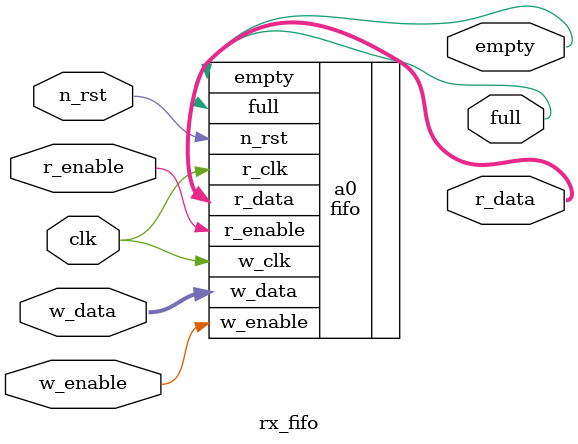
<source format=sv>
module rx_fifo
(
	input wire clk,
	input wire n_rst,
	input wire r_enable,
	input wire w_enable,
	input wire [7:0] w_data,
	output wire [7:0] r_data,
	output wire empty,
	output wire full
);

fifo a0 (.r_clk(clk), .w_clk(clk), .n_rst(n_rst), .r_enable(r_enable), .w_enable(w_enable), .w_data(w_data), .r_data(r_data), .empty(empty), .full(full));

endmodule


	

</source>
